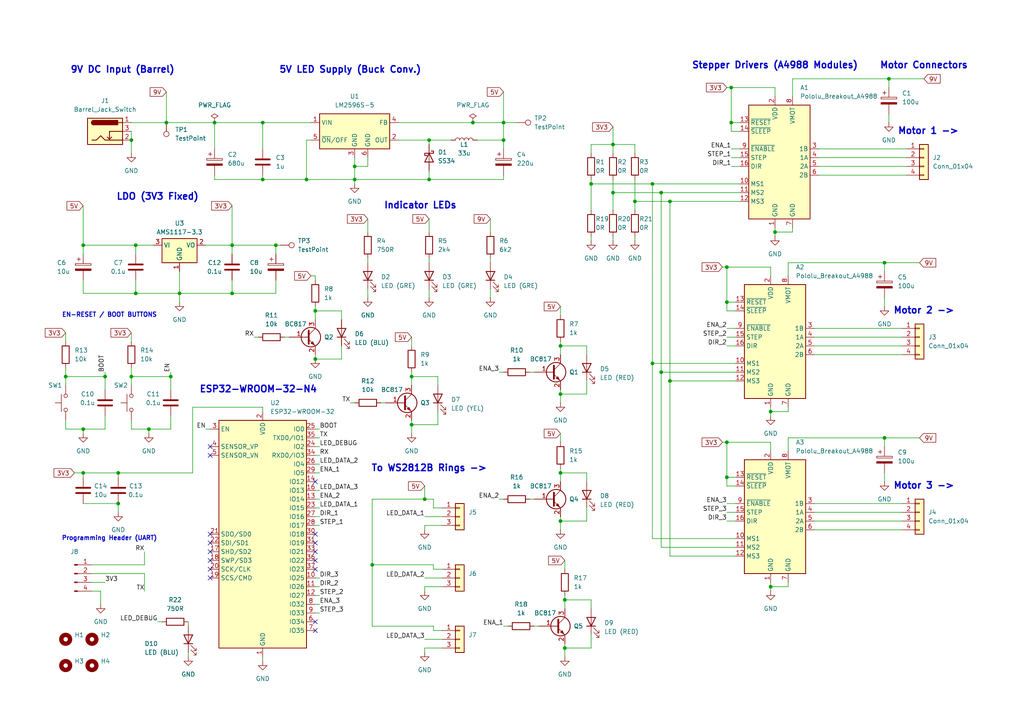
<source format=kicad_sch>
(kicad_sch (version 20231120) (generator "eeschema") (generator_version "8.0")
  (paper "A4")
  (title_block (title "Rotating Cube Shelf") (date "2024-11-24") (rev "1.0") (company "Lachlan Cooke Electronics Design Bureau"))
  (junction (at 67.31 71.12))
  (junction (at 39.37 85.09))
  (junction (at 223.52 119.38))
  (junction (at 124.46 40.64))
  (junction (at 171.45 53.34))
  (junction (at 146.05 40.64))
  (junction (at 210.82 77.47))
  (junction (at 30.48 109.22))
  (junction (at 119.38 123.19))
  (junction (at 224.79 67.31))
  (junction (at 91.44 104.14))
  (junction (at 212.09 25.4))
  (junction (at 107.95 163.83))
  (junction (at 76.2 52.07))
  (junction (at 119.38 109.22))
  (junction (at 49.53 109.22))
  (junction (at 177.8 41.91))
  (junction (at 19.05 109.22))
  (junction (at 24.13 71.12))
  (junction (at 163.83 173.99))
  (junction (at 123.19 144.78))
  (junction (at 80.01 71.12))
  (junction (at 76.2 35.56))
  (junction (at 34.29 137.16))
  (junction (at 62.23 35.56))
  (junction (at 210.82 87.63))
  (junction (at 162.56 151.13))
  (junction (at 189.23 105.41))
  (junction (at 39.37 71.12))
  (junction (at 191.77 55.88))
  (junction (at 67.31 85.09))
  (junction (at 38.1 40.64))
  (junction (at 102.87 52.07))
  (junction (at 194.31 110.49))
  (junction (at 24.13 124.46))
  (junction (at 91.44 90.17))
  (junction (at 184.15 58.42))
  (junction (at 162.56 100.33))
  (junction (at 189.23 53.34))
  (junction (at 162.56 114.3))
  (junction (at 223.52 170.18))
  (junction (at 102.87 48.26))
  (junction (at 191.77 107.95))
  (junction (at 52.07 85.09))
  (junction (at 48.26 35.56))
  (junction (at 24.13 137.16))
  (junction (at 124.46 52.07))
  (junction (at 210.82 128.27))
  (junction (at 38.1 109.22))
  (junction (at 43.18 124.46))
  (junction (at 212.09 35.56))
  (junction (at 194.31 58.42))
  (junction (at 88.9 52.07))
  (junction (at 146.05 35.56))
  (junction (at 256.54 127))
  (junction (at 162.56 137.16))
  (junction (at 34.29 146.05))
  (junction (at 210.82 138.43))
  (junction (at 257.81 22.86))
  (junction (at 177.8 55.88))
  (junction (at 256.54 76.2))
  (junction (at 163.83 187.96))
  (junction (at 137.16 35.56))
  (no_connect (at 91.44 154.94))
  (no_connect (at 60.96 132.08))
  (no_connect (at 60.96 165.1))
  (no_connect (at 91.44 139.7))
  (no_connect (at 60.96 162.56))
  (no_connect (at 91.44 180.34))
  (no_connect (at 91.44 162.56))
  (no_connect (at 60.96 160.02))
  (no_connect (at 91.44 182.88))
  (no_connect (at 60.96 157.48))
  (no_connect (at 91.44 165.1))
  (no_connect (at 91.44 160.02))
  (no_connect (at 60.96 129.54))
  (no_connect (at 91.44 157.48))
  (no_connect (at 60.96 154.94))
  (no_connect (at 60.96 167.64))
  (wire (pts (xy 163.83 172.72) (xy 163.83 173.99)))
  (wire (pts (xy 194.31 110.49) (xy 213.36 110.49)))
  (wire (pts (xy 67.31 81.28) (xy 67.31 85.09)))
  (wire (pts (xy 177.8 55.88) (xy 177.8 60.96)))
  (wire (pts (xy 52.07 78.74) (xy 52.07 85.09)))
  (wire (pts (xy 162.56 99.06) (xy 162.56 100.33)))
  (wire (pts (xy 59.69 71.12) (xy 67.31 71.12)))
  (wire (pts (xy 123.19 167.64) (xy 128.27 167.64)))
  (wire (pts (xy 212.09 38.1) (xy 212.09 35.56)))
  (wire (pts (xy 228.6 127) (xy 256.54 127)))
  (wire (pts (xy 162.56 149.86) (xy 162.56 151.13)))
  (wire (pts (xy 49.53 120.65) (xy 49.53 124.46)))
  (wire (pts (xy 184.15 41.91) (xy 177.8 41.91)))
  (wire (pts (xy 210.82 97.79) (xy 213.36 97.79)))
  (wire (pts (xy 144.78 144.78) (xy 146.05 144.78)))
  (wire (pts (xy 236.22 153.67) (xy 261.62 153.67)))
  (wire (pts (xy 127 109.22) (xy 119.38 109.22)))
  (wire (pts (xy 170.18 102.87) (xy 170.18 100.33)))
  (wire (pts (xy 223.52 170.18) (xy 228.6 170.18)))
  (wire (pts (xy 170.18 147.32) (xy 170.18 151.13)))
  (wire (pts (xy 223.52 168.91) (xy 223.52 170.18)))
  (wire (pts (xy 184.15 68.58) (xy 184.15 69.85)))
  (wire (pts (xy 80.01 85.09) (xy 67.31 85.09)))
  (wire (pts (xy 210.82 87.63) (xy 210.82 77.47)))
  (wire (pts (xy 127 111.76) (xy 127 109.22)))
  (wire (pts (xy 223.52 170.18) (xy 223.52 171.45)))
  (wire (pts (xy 24.13 138.43) (xy 24.13 137.16)))
  (wire (pts (xy 91.44 137.16) (xy 92.71 137.16)))
  (wire (pts (xy 110.49 116.84) (xy 111.76 116.84)))
  (wire (pts (xy 106.68 45.72) (xy 106.68 48.26)))
  (wire (pts (xy 29.21 171.45) (xy 26.67 171.45)))
  (wire (pts (xy 210.82 146.05) (xy 213.36 146.05)))
  (wire (pts (xy 257.81 22.86) (xy 267.97 22.86)))
  (wire (pts (xy 146.05 40.64) (xy 146.05 35.56)))
  (wire (pts (xy 194.31 161.29) (xy 194.31 110.49)))
  (wire (pts (xy 55.88 137.16) (xy 55.88 118.11)))
  (wire (pts (xy 153.67 107.95) (xy 154.94 107.95)))
  (wire (pts (xy 223.52 130.81) (xy 223.52 128.27)))
  (wire (pts (xy 223.52 119.38) (xy 223.52 120.65)))
  (wire (pts (xy 30.48 124.46) (xy 24.13 124.46)))
  (wire (pts (xy 154.94 181.61) (xy 156.21 181.61)))
  (wire (pts (xy 106.68 63.5) (xy 106.68 67.31)))
  (wire (pts (xy 30.48 113.03) (xy 30.48 109.22)))
  (wire (pts (xy 30.48 120.65) (xy 30.48 124.46)))
  (wire (pts (xy 184.15 58.42) (xy 184.15 52.07)))
  (wire (pts (xy 38.1 124.46) (xy 38.1 121.92)))
  (wire (pts (xy 210.82 100.33) (xy 213.36 100.33)))
  (wire (pts (xy 162.56 88.9) (xy 162.56 91.44)))
  (wire (pts (xy 184.15 44.45) (xy 184.15 41.91)))
  (wire (pts (xy 170.18 100.33) (xy 162.56 100.33)))
  (wire (pts (xy 213.36 161.29) (xy 194.31 161.29)))
  (wire (pts (xy 43.18 124.46) (xy 38.1 124.46)))
  (wire (pts (xy 123.19 189.23) (xy 123.19 187.96)))
  (wire (pts (xy 124.46 40.64) (xy 115.57 40.64)))
  (wire (pts (xy 80.01 81.28) (xy 80.01 85.09)))
  (wire (pts (xy 128.27 165.1) (xy 125.73 165.1)))
  (wire (pts (xy 177.8 68.58) (xy 177.8 69.85)))
  (wire (pts (xy 19.05 106.68) (xy 19.05 109.22)))
  (wire (pts (xy 214.63 53.34) (xy 189.23 53.34)))
  (wire (pts (xy 34.29 146.05) (xy 24.13 146.05)))
  (wire (pts (xy 184.15 58.42) (xy 194.31 58.42)))
  (wire (pts (xy 76.2 52.07) (xy 88.9 52.07)))
  (wire (pts (xy 257.81 33.02) (xy 257.81 35.56)))
  (wire (pts (xy 124.46 52.07) (xy 146.05 52.07)))
  (wire (pts (xy 146.05 26.67) (xy 146.05 35.56)))
  (wire (pts (xy 210.82 138.43) (xy 213.36 138.43)))
  (wire (pts (xy 45.72 180.34) (xy 46.99 180.34)))
  (wire (pts (xy 162.56 137.16) (xy 162.56 139.7)))
  (wire (pts (xy 119.38 97.79) (xy 119.38 100.33)))
  (wire (pts (xy 76.2 190.5) (xy 76.2 191.77)))
  (wire (pts (xy 236.22 95.25) (xy 261.62 95.25)))
  (wire (pts (xy 170.18 114.3) (xy 162.56 114.3)))
  (wire (pts (xy 38.1 38.1) (xy 38.1 40.64)))
  (wire (pts (xy 163.83 186.69) (xy 163.83 187.96)))
  (wire (pts (xy 123.19 153.67) (xy 123.19 152.4)))
  (wire (pts (xy 91.44 102.87) (xy 91.44 104.14)))
  (wire (pts (xy 191.77 107.95) (xy 213.36 107.95)))
  (wire (pts (xy 106.68 48.26) (xy 102.87 48.26)))
  (wire (pts (xy 170.18 139.7) (xy 170.18 137.16)))
  (wire (pts (xy 127 123.19) (xy 119.38 123.19)))
  (wire (pts (xy 236.22 148.59) (xy 261.62 148.59)))
  (wire (pts (xy 24.13 71.12) (xy 39.37 71.12)))
  (wire (pts (xy 124.46 74.93) (xy 124.46 76.2)))
  (wire (pts (xy 144.78 107.95) (xy 146.05 107.95)))
  (wire (pts (xy 224.79 67.31) (xy 229.87 67.31)))
  (wire (pts (xy 55.88 118.11) (xy 76.2 118.11)))
  (wire (pts (xy 92.71 152.4) (xy 91.44 152.4)))
  (wire (pts (xy 49.53 109.22) (xy 38.1 109.22)))
  (wire (pts (xy 237.49 50.8) (xy 262.89 50.8)))
  (wire (pts (xy 229.87 22.86) (xy 257.81 22.86)))
  (wire (pts (xy 91.44 134.62) (xy 92.71 134.62)))
  (wire (pts (xy 209.55 77.47) (xy 210.82 77.47)))
  (wire (pts (xy 106.68 83.82) (xy 106.68 86.36)))
  (wire (pts (xy 124.46 40.64) (xy 130.81 40.64)))
  (wire (pts (xy 29.21 175.26) (xy 29.21 171.45)))
  (wire (pts (xy 224.79 67.31) (xy 224.79 68.58)))
  (wire (pts (xy 236.22 102.87) (xy 261.62 102.87)))
  (wire (pts (xy 191.77 55.88) (xy 191.77 107.95)))
  (wire (pts (xy 62.23 52.07) (xy 76.2 52.07)))
  (wire (pts (xy 91.44 147.32) (xy 92.71 147.32)))
  (wire (pts (xy 229.87 27.94) (xy 229.87 22.86)))
  (wire (pts (xy 124.46 49.53) (xy 124.46 52.07)))
  (wire (pts (xy 213.36 140.97) (xy 210.82 140.97)))
  (wire (pts (xy 67.31 71.12) (xy 67.31 73.66)))
  (wire (pts (xy 229.87 66.04) (xy 229.87 67.31)))
  (wire (pts (xy 91.44 127) (xy 92.71 127)))
  (wire (pts (xy 212.09 25.4) (xy 224.79 25.4)))
  (wire (pts (xy 146.05 181.61) (xy 147.32 181.61)))
  (wire (pts (xy 76.2 118.11) (xy 76.2 119.38)))
  (wire (pts (xy 124.46 83.82) (xy 124.46 86.36)))
  (wire (pts (xy 210.82 77.47) (xy 223.52 77.47)))
  (wire (pts (xy 91.44 170.18) (xy 92.71 170.18)))
  (wire (pts (xy 19.05 124.46) (xy 19.05 121.92)))
  (wire (pts (xy 210.82 148.59) (xy 213.36 148.59)))
  (wire (pts (xy 213.36 90.17) (xy 210.82 90.17)))
  (wire (pts (xy 128.27 147.32) (xy 125.73 147.32)))
  (wire (pts (xy 236.22 151.13) (xy 261.62 151.13)))
  (wire (pts (xy 91.44 88.9) (xy 91.44 90.17)))
  (wire (pts (xy 91.44 129.54) (xy 92.71 129.54)))
  (wire (pts (xy 38.1 96.52) (xy 38.1 99.06)))
  (wire (pts (xy 256.54 137.16) (xy 256.54 139.7)))
  (wire (pts (xy 212.09 45.72) (xy 214.63 45.72)))
  (wire (pts (xy 237.49 48.26) (xy 262.89 48.26)))
  (wire (pts (xy 41.91 166.37) (xy 41.91 171.45)))
  (wire (pts (xy 210.82 140.97) (xy 210.82 138.43)))
  (wire (pts (xy 125.73 147.32) (xy 125.73 144.78)))
  (wire (pts (xy 106.68 74.93) (xy 106.68 76.2)))
  (wire (pts (xy 123.19 170.18) (xy 128.27 170.18)))
  (wire (pts (xy 162.56 135.89) (xy 162.56 137.16)))
  (wire (pts (xy 39.37 71.12) (xy 39.37 73.66)))
  (wire (pts (xy 214.63 58.42) (xy 194.31 58.42)))
  (wire (pts (xy 49.53 113.03) (xy 49.53 109.22)))
  (wire (pts (xy 49.53 107.95) (xy 49.53 109.22)))
  (wire (pts (xy 189.23 156.21) (xy 189.23 105.41)))
  (wire (pts (xy 210.82 87.63) (xy 213.36 87.63)))
  (wire (pts (xy 177.8 36.83) (xy 177.8 41.91)))
  (wire (pts (xy 171.45 53.34) (xy 189.23 53.34)))
  (wire (pts (xy 163.83 173.99) (xy 163.83 176.53)))
  (wire (pts (xy 102.87 45.72) (xy 102.87 48.26)))
  (wire (pts (xy 99.06 104.14) (xy 91.44 104.14)))
  (wire (pts (xy 80.01 71.12) (xy 80.01 73.66)))
  (wire (pts (xy 127 119.38) (xy 127 123.19)))
  (wire (pts (xy 91.44 172.72) (xy 92.71 172.72)))
  (wire (pts (xy 223.52 119.38) (xy 228.6 119.38)))
  (wire (pts (xy 210.82 128.27) (xy 223.52 128.27)))
  (wire (pts (xy 194.31 58.42) (xy 194.31 110.49)))
  (wire (pts (xy 24.13 85.09) (xy 39.37 85.09)))
  (wire (pts (xy 236.22 100.33) (xy 261.62 100.33)))
  (wire (pts (xy 189.23 53.34) (xy 189.23 105.41)))
  (wire (pts (xy 102.87 52.07) (xy 124.46 52.07)))
  (wire (pts (xy 146.05 50.8) (xy 146.05 52.07)))
  (wire (pts (xy 210.82 90.17) (xy 210.82 87.63)))
  (wire (pts (xy 91.44 177.8) (xy 92.71 177.8)))
  (wire (pts (xy 123.19 171.45) (xy 123.19 170.18)))
  (wire (pts (xy 59.69 124.46) (xy 60.96 124.46)))
  (wire (pts (xy 48.26 35.56) (xy 48.26 26.67)))
  (wire (pts (xy 82.55 97.79) (xy 83.82 97.79)))
  (wire (pts (xy 38.1 35.56) (xy 48.26 35.56)))
  (wire (pts (xy 257.81 22.86) (xy 257.81 25.4)))
  (wire (pts (xy 214.63 55.88) (xy 191.77 55.88)))
  (wire (pts (xy 171.45 41.91) (xy 177.8 41.91)))
  (wire (pts (xy 81.28 71.12) (xy 80.01 71.12)))
  (wire (pts (xy 102.87 48.26) (xy 102.87 52.07)))
  (wire (pts (xy 228.6 130.81) (xy 228.6 127)))
  (wire (pts (xy 142.24 63.5) (xy 142.24 67.31)))
  (wire (pts (xy 62.23 52.07) (xy 62.23 50.8)))
  (wire (pts (xy 76.2 50.8) (xy 76.2 52.07)))
  (wire (pts (xy 24.13 124.46) (xy 19.05 124.46)))
  (wire (pts (xy 119.38 123.19) (xy 119.38 125.73)))
  (wire (pts (xy 210.82 138.43) (xy 210.82 128.27)))
  (wire (pts (xy 26.67 166.37) (xy 41.91 166.37)))
  (wire (pts (xy 191.77 158.75) (xy 191.77 107.95)))
  (wire (pts (xy 107.95 163.83) (xy 107.95 181.61)))
  (wire (pts (xy 91.44 142.24) (xy 92.71 142.24)))
  (wire (pts (xy 171.45 184.15) (xy 171.45 187.96)))
  (wire (pts (xy 73.66 97.79) (xy 74.93 97.79)))
  (wire (pts (xy 119.38 109.22) (xy 119.38 111.76)))
  (wire (pts (xy 91.44 144.78) (xy 92.71 144.78)))
  (wire (pts (xy 256.54 76.2) (xy 266.7 76.2)))
  (wire (pts (xy 125.73 182.88) (xy 125.73 181.61)))
  (wire (pts (xy 124.46 63.5) (xy 124.46 67.31)))
  (wire (pts (xy 256.54 86.36) (xy 256.54 88.9)))
  (wire (pts (xy 177.8 41.91) (xy 177.8 44.45)))
  (wire (pts (xy 125.73 165.1) (xy 125.73 163.83)))
  (wire (pts (xy 184.15 58.42) (xy 184.15 60.96)))
  (wire (pts (xy 209.55 128.27) (xy 210.82 128.27)))
  (wire (pts (xy 101.6 116.84) (xy 102.87 116.84)))
  (wire (pts (xy 177.8 52.07) (xy 177.8 55.88)))
  (wire (pts (xy 170.18 137.16) (xy 162.56 137.16)))
  (wire (pts (xy 123.19 144.78) (xy 125.73 144.78)))
  (wire (pts (xy 123.19 149.86) (xy 128.27 149.86)))
  (wire (pts (xy 76.2 35.56) (xy 90.17 35.56)))
  (wire (pts (xy 146.05 35.56) (xy 149.86 35.56)))
  (wire (pts (xy 107.95 163.83) (xy 125.73 163.83)))
  (wire (pts (xy 256.54 76.2) (xy 256.54 78.74)))
  (wire (pts (xy 189.23 105.41) (xy 213.36 105.41)))
  (wire (pts (xy 210.82 151.13) (xy 213.36 151.13)))
  (wire (pts (xy 256.54 127) (xy 256.54 129.54)))
  (wire (pts (xy 213.36 156.21) (xy 189.23 156.21)))
  (wire (pts (xy 171.45 176.53) (xy 171.45 173.99)))
  (wire (pts (xy 228.6 80.01) (xy 228.6 76.2)))
  (wire (pts (xy 88.9 40.64) (xy 90.17 40.64)))
  (wire (pts (xy 171.45 173.99) (xy 163.83 173.99)))
  (wire (pts (xy 52.07 85.09) (xy 52.07 87.63)))
  (wire (pts (xy 67.31 71.12) (xy 67.31 59.69)))
  (wire (pts (xy 213.36 158.75) (xy 191.77 158.75)))
  (wire (pts (xy 99.06 100.33) (xy 99.06 104.14)))
  (wire (pts (xy 123.19 140.97) (xy 123.19 144.78)))
  (wire (pts (xy 171.45 44.45) (xy 171.45 41.91)))
  (wire (pts (xy 49.53 124.46) (xy 43.18 124.46)))
  (wire (pts (xy 102.87 52.07) (xy 88.9 52.07)))
  (wire (pts (xy 30.48 107.95) (xy 30.48 109.22)))
  (wire (pts (xy 91.44 175.26) (xy 92.71 175.26)))
  (wire (pts (xy 119.38 107.95) (xy 119.38 109.22)))
  (wire (pts (xy 171.45 68.58) (xy 171.45 69.85)))
  (wire (pts (xy 163.83 162.56) (xy 163.83 165.1)))
  (wire (pts (xy 24.13 125.73) (xy 24.13 124.46)))
  (wire (pts (xy 214.63 38.1) (xy 212.09 38.1)))
  (wire (pts (xy 62.23 35.56) (xy 62.23 43.18)))
  (wire (pts (xy 223.52 80.01) (xy 223.52 77.47)))
  (wire (pts (xy 39.37 71.12) (xy 44.45 71.12)))
  (wire (pts (xy 137.16 35.56) (xy 115.57 35.56)))
  (wire (pts (xy 177.8 55.88) (xy 191.77 55.88)))
  (wire (pts (xy 92.71 149.86) (xy 91.44 149.86)))
  (wire (pts (xy 38.1 106.68) (xy 38.1 109.22)))
  (wire (pts (xy 228.6 76.2) (xy 256.54 76.2)))
  (wire (pts (xy 107.95 144.78) (xy 123.19 144.78)))
  (wire (pts (xy 21.59 137.16) (xy 24.13 137.16)))
  (wire (pts (xy 123.19 185.42) (xy 128.27 185.42)))
  (wire (pts (xy 24.13 81.28) (xy 24.13 85.09)))
  (wire (pts (xy 171.45 52.07) (xy 171.45 53.34)))
  (wire (pts (xy 54.61 189.23) (xy 54.61 190.5)))
  (wire (pts (xy 212.09 35.56) (xy 214.63 35.56)))
  (wire (pts (xy 256.54 127) (xy 266.7 127)))
  (wire (pts (xy 142.24 74.93) (xy 142.24 76.2)))
  (wire (pts (xy 107.95 144.78) (xy 107.95 163.83)))
  (wire (pts (xy 39.37 81.28) (xy 39.37 85.09)))
  (wire (pts (xy 128.27 182.88) (xy 125.73 182.88)))
  (wire (pts (xy 24.13 137.16) (xy 34.29 137.16)))
  (wire (pts (xy 163.83 187.96) (xy 163.83 190.5)))
  (wire (pts (xy 91.44 90.17) (xy 91.44 92.71)))
  (wire (pts (xy 91.44 167.64) (xy 92.71 167.64)))
  (wire (pts (xy 54.61 180.34) (xy 54.61 181.61)))
  (wire (pts (xy 153.67 144.78) (xy 154.94 144.78)))
  (wire (pts (xy 124.46 41.91) (xy 124.46 40.64)))
  (wire (pts (xy 43.18 125.73) (xy 43.18 124.46)))
  (wire (pts (xy 162.56 113.03) (xy 162.56 114.3)))
  (wire (pts (xy 119.38 121.92) (xy 119.38 123.19)))
  (wire (pts (xy 162.56 151.13) (xy 162.56 153.67)))
  (wire (pts (xy 142.24 83.82) (xy 142.24 86.36)))
  (wire (pts (xy 146.05 40.64) (xy 138.43 40.64)))
  (wire (pts (xy 236.22 97.79) (xy 261.62 97.79)))
  (wire (pts (xy 91.44 80.01) (xy 91.44 81.28)))
  (wire (pts (xy 30.48 109.22) (xy 19.05 109.22)))
  (wire (pts (xy 146.05 35.56) (xy 137.16 35.56)))
  (wire (pts (xy 99.06 90.17) (xy 91.44 90.17)))
  (wire (pts (xy 212.09 43.18) (xy 214.63 43.18)))
  (wire (pts (xy 228.6 118.11) (xy 228.6 119.38)))
  (wire (pts (xy 24.13 71.12) (xy 24.13 59.69)))
  (wire (pts (xy 236.22 146.05) (xy 261.62 146.05)))
  (wire (pts (xy 210.82 25.4) (xy 212.09 25.4)))
  (wire (pts (xy 123.19 187.96) (xy 128.27 187.96)))
  (wire (pts (xy 237.49 43.18) (xy 262.89 43.18)))
  (wire (pts (xy 38.1 40.64) (xy 38.1 44.45)))
  (wire (pts (xy 170.18 151.13) (xy 162.56 151.13)))
  (wire (pts (xy 99.06 92.71) (xy 99.06 90.17)))
  (wire (pts (xy 67.31 71.12) (xy 80.01 71.12)))
  (wire (pts (xy 39.37 85.09) (xy 52.07 85.09)))
  (wire (pts (xy 212.09 35.56) (xy 212.09 25.4)))
  (wire (pts (xy 107.95 181.61) (xy 125.73 181.61)))
  (wire (pts (xy 162.56 125.73) (xy 162.56 128.27)))
  (wire (pts (xy 171.45 53.34) (xy 171.45 60.96)))
  (wire (pts (xy 19.05 109.22) (xy 19.05 111.76)))
  (wire (pts (xy 171.45 187.96) (xy 163.83 187.96)))
  (wire (pts (xy 224.79 27.94) (xy 224.79 25.4)))
  (wire (pts (xy 34.29 137.16) (xy 55.88 137.16)))
  (wire (pts (xy 212.09 48.26) (xy 214.63 48.26)))
  (wire (pts (xy 170.18 110.49) (xy 170.18 114.3)))
  (wire (pts (xy 228.6 168.91) (xy 228.6 170.18)))
  (wire (pts (xy 210.82 95.25) (xy 213.36 95.25)))
  (wire (pts (xy 146.05 43.18) (xy 146.05 40.64)))
  (wire (pts (xy 88.9 40.64) (xy 88.9 52.07)))
  (wire (pts (xy 48.26 35.56) (xy 62.23 35.56)))
  (wire (pts (xy 26.67 163.83) (xy 41.91 163.83)))
  (wire (pts (xy 102.87 52.07) (xy 102.87 53.34)))
  (wire (pts (xy 62.23 35.56) (xy 76.2 35.56)))
  (wire (pts (xy 91.44 132.08) (xy 92.71 132.08)))
  (wire (pts (xy 24.13 71.12) (xy 24.13 73.66)))
  (wire (pts (xy 237.49 45.72) (xy 262.89 45.72)))
  (wire (pts (xy 19.05 96.52) (xy 19.05 99.06)))
  (wire (pts (xy 223.52 118.11) (xy 223.52 119.38)))
  (wire (pts (xy 26.67 168.91) (xy 30.48 168.91)))
  (wire (pts (xy 91.44 124.46) (xy 92.71 124.46)))
  (wire (pts (xy 34.29 137.16) (xy 34.29 138.43)))
  (wire (pts (xy 41.91 160.02) (xy 41.91 163.83)))
  (wire (pts (xy 67.31 85.09) (xy 52.07 85.09)))
  (wire (pts (xy 123.19 152.4) (xy 128.27 152.4)))
  (wire (pts (xy 38.1 109.22) (xy 38.1 111.76)))
  (wire (pts (xy 162.56 100.33) (xy 162.56 102.87)))
  (wire (pts (xy 76.2 35.56) (xy 76.2 43.18)))
  (wire (pts (xy 34.29 146.05) (xy 34.29 148.59)))
  (wire (pts (xy 162.56 114.3) (xy 162.56 116.84)))
  (wire (pts (xy 224.79 66.04) (xy 224.79 67.31)))
  (wire (pts (xy 91.44 80.01) (xy 90.17 80.01)))
  (text "Stepper Drivers (A4988 Modules)" (at 224.79 19.05 0) (effects (font (size 1.905 1.905) (thickness 0.381) (bold yes))))
  (text "5V LED Supply (Buck Conv.)" (at 101.6 20.32 0) (effects (font (size 1.905 1.905) (thickness 0.381) (bold yes))))
  (text "EN-RESET / BOOT BUTTONS" (at 31.75 91.44 0) (effects (font (size 1.27 1.27) (thickness 0.254) (bold yes))))
  (text "To WS2812B Rings ->" (at 124.46 135.89 0) (effects (font (size 1.905 1.905) (thickness 0.381) (bold yes))))
  (text "Motor 3 ->" (at 267.97 140.97 0) (effects (font (size 1.905 1.905) (thickness 0.381) (bold yes))))
  (text "9V DC Input (Barrel)" (at 35.56 20.32 0) (effects (font (size 1.905 1.905) (thickness 0.381) (bold yes))))
  (text "Motor Connectors" (at 267.97 19.05 0) (effects (font (size 1.905 1.905) (thickness 0.381) (bold yes))))
  (text "Programming Header (UART)" (at 31.75 156.21 0) (effects (font (size 1.27 1.27) (thickness 0.254) (bold yes))))
  (text "Indicator LEDs" (at 121.92 59.69 0) (effects (font (size 1.905 1.905) (thickness 0.381) (bold yes))))
  (text "ESP32-WROOM-32-N4" (at 74.93 113.03 0) (effects (font (size 1.905 1.905) (thickness 0.381) (bold yes))))
  (text "Motor 1 ->" (at 269.24 38.1 0) (effects (font (size 1.905 1.905) (thickness 0.381) (bold yes))))
  (text "LDO (3V3 Fixed)" (at 45.72 57.15 0) (effects (font (size 1.905 1.905) (thickness 0.381) (bold yes))))
  (text "Motor 2 ->" (at 267.97 90.17 0) (effects (font (size 1.905 1.905) (thickness 0.381) (bold yes))))
  (label "STEP_3" (at 210.82 148.59 180))
  (label "BOOT" (at 30.48 107.95 90))
  (label "ENA_1" (at 212.09 43.18 180))
  (label "LED_DEBUG" (at 45.72 180.34 180))
  (label "DIR_3" (at 92.71 167.64 0))
  (label "STEP_1" (at 212.09 45.72 180))
  (label "EN" (at 59.69 124.46 180))
  (label "STEP_2" (at 210.82 97.79 180))
  (label "LED_DATA_2" (at 92.71 134.62 0))
  (label "LED_DATA_2" (at 123.19 167.64 180))
  (label "ENA_3" (at 210.82 146.05 180))
  (label "LED_DATA_3" (at 123.19 185.42 180))
  (label "DIR_2" (at 210.82 100.33 180))
  (label "BOOT" (at 92.71 124.46 0))
  (label "DIR_1" (at 212.09 48.26 180))
  (label "STEP_2" (at 92.71 172.72 0))
  (label "LED_DATA_1" (at 92.71 147.32 0))
  (label "STEP_3" (at 92.71 177.8 0))
  (label "ENA_2" (at 144.78 144.78 180))
  (label "RX" (at 92.71 132.08 0))
  (label "TX" (at 101.6 116.84 180))
  (label "EN" (at 49.53 107.95 90))
  (label "RX" (at 41.91 160.02 180))
  (label "TX" (at 41.91 171.45 180))
  (label "LED_DATA_1" (at 123.19 149.86 180))
  (label "ENA_3" (at 144.78 107.95 180))
  (label "LED_DEBUG" (at 92.71 129.54 0))
  (label "ENA_2" (at 92.71 144.78 0))
  (label "ENA_1" (at 92.71 137.16 0))
  (label "DIR_3" (at 210.82 151.13 180))
  (label "TX" (at 92.71 127 0))
  (label "LED_DATA_3" (at 92.71 142.24 0))
  (label "RX" (at 73.66 97.79 180))
  (label "STEP_1" (at 92.71 152.4 0))
  (label "ENA_3" (at 92.71 175.26 0))
  (label "3V3" (at 30.48 168.91 0))
  (label "ENA_1" (at 146.05 181.61 180))
  (label "DIR_2" (at 92.71 170.18 0))
  (label "ENA_2" (at 210.82 95.25 180))
  (label "DIR_1" (at 92.71 149.86 0))
  (global_label "9V" (shape input) (at 266.7 76.2 0) (property "Intersheetrefs" "${INTERSHEET_REFS}" (effects (hide yes))))
  (global_label "5V" (shape input) (at 119.38 97.79 180) (property "Intersheetrefs" "${INTERSHEET_REFS}" (effects (hide yes))))
  (global_label "3V3" (shape input) (at 209.55 77.47 180) (property "Intersheetrefs" "${INTERSHEET_REFS}" (effects (hide yes))))
  (global_label "5V" (shape input) (at 146.05 26.67 180) (property "Intersheetrefs" "${INTERSHEET_REFS}" (effects (hide yes))))
  (global_label "9V" (shape input) (at 267.97 22.86 0) (property "Intersheetrefs" "${INTERSHEET_REFS}" (effects (hide yes))))
  (global_label "5V" (shape input) (at 24.13 59.69 180) (property "Intersheetrefs" "${INTERSHEET_REFS}" (effects (hide yes))))
  (global_label "3V3" (shape input) (at 177.8 36.83 180) (property "Intersheetrefs" "${INTERSHEET_REFS}" (effects (hide yes))))
  (global_label "3V3" (shape input) (at 19.05 96.52 180) (property "Intersheetrefs" "${INTERSHEET_REFS}" (effects (hide yes))))
  (global_label "5V" (shape input) (at 163.83 162.56 180) (property "Intersheetrefs" "${INTERSHEET_REFS}" (effects (hide yes))))
  (global_label "3V3" (shape input) (at 210.82 25.4 180) (property "Intersheetrefs" "${INTERSHEET_REFS}" (effects (hide yes))))
  (global_label "3V3" (shape input) (at 67.31 59.69 180) (property "Intersheetrefs" "${INTERSHEET_REFS}" (effects (hide yes))))
  (global_label "3V3" (shape input) (at 209.55 128.27 180) (property "Intersheetrefs" "${INTERSHEET_REFS}" (effects (hide yes))))
  (global_label "5V" (shape input) (at 123.19 140.97 180) (property "Intersheetrefs" "${INTERSHEET_REFS}" (effects (hide yes))))
  (global_label "5V" (shape input) (at 162.56 125.73 180) (property "Intersheetrefs" "${INTERSHEET_REFS}" (effects (hide yes))))
  (global_label "3V3" (shape input) (at 21.59 137.16 180) (property "Intersheetrefs" "${INTERSHEET_REFS}" (effects (hide yes))))
  (global_label "3V3" (shape input) (at 106.68 63.5 180) (property "Intersheetrefs" "${INTERSHEET_REFS}" (effects (hide yes))))
  (global_label "5V" (shape input) (at 90.17 80.01 180) (property "Intersheetrefs" "${INTERSHEET_REFS}" (effects (hide yes))))
  (global_label "5V" (shape input) (at 124.46 63.5 180) (property "Intersheetrefs" "${INTERSHEET_REFS}" (effects (hide yes))))
  (global_label "9V" (shape input) (at 48.26 26.67 180) (property "Intersheetrefs" "${INTERSHEET_REFS}" (effects (hide yes))))
  (global_label "9V" (shape input) (at 142.24 63.5 180) (property "Intersheetrefs" "${INTERSHEET_REFS}" (effects (hide yes))))
  (global_label "3V3" (shape input) (at 38.1 96.52 180) (property "Intersheetrefs" "${INTERSHEET_REFS}" (effects (hide yes))))
  (global_label "5V" (shape input) (at 162.56 88.9 180) (property "Intersheetrefs" "${INTERSHEET_REFS}" (effects (hide yes))))
  (global_label "9V" (shape input) (at 266.7 127 0) (property "Intersheetrefs" "${INTERSHEET_REFS}" (effects (hide yes))))
  (symbol (lib_id "Device:LED") (at 142.24 80.01 90) (unit 1)
    (property "Reference" "D4" (at 146.05 80.3274 90) (effects (justify right)))
    (property "Value" "LED (GRE)" (at 146.05 82.8674 90) (effects (justify right)))
    (property "Footprint" "Diode_SMD:D_0805_2012Metric" (effects (hide yes)))
    (property "Description" "Light emitting diode" (effects (hide yes)))
    (property "LCSC" "C965815" (effects (hide yes)))
  )
  (symbol (lib_id "Device:LED") (at 54.61 185.42 90) (unit 1)
    (property "Reference" "D10" (at 41.91 186.69 90) (effects (justify right)))
    (property "Value" "LED (BLU)" (at 41.91 189.23 90) (effects (justify right)))
    (property "Footprint" "Diode_SMD:D_0805_2012Metric" (effects (hide yes)))
    (property "Description" "Light emitting diode" (effects (hide yes)))
    (property "LCSC" "C965817" (effects (hide yes)))
  )
  (symbol (lib_id "Device:R") (at 162.56 132.08 180) (unit 1)
    (property "Reference" "R15" (at 165.1 130.8099 0) (effects (justify right)))
    (property "Value" "1k" (at 165.1 133.3499 0) (effects (justify right)))
    (property "Footprint" "Resistor_SMD:R_0603_1608Metric" (effects (hide yes)))
    (property "Description" "Resistor" (effects (hide yes)))
  )
  (symbol (lib_id "power:GND") (at 184.15 69.85 0) (unit 1)
    (property "Reference" "#PWR028" (effects (hide yes)))
    (property "Value" "GND" (at 184.15 74.93 0))
    (property "Description" "Power symbol creates a global label with name \"GND\" , ground" (effects (hide yes)))
  )
  (symbol (lib_id "power:GND") (at 119.38 125.73 0) (unit 1)
    (property "Reference" "#PWR014" (effects (hide yes)))
    (property "Value" "GND" (at 119.38 130.81 0))
    (property "Description" "Power symbol creates a global label with name \"GND\" , ground" (effects (hide yes)))
  )
  (symbol (lib_id "power:GND") (at 123.19 189.23 0) (unit 1)
    (property "Reference" "#PWR024" (effects (hide yes)))
    (property "Value" "GND" (at 123.19 194.31 0))
    (property "Description" "Power symbol creates a global label with name \"GND\" , ground" (effects (hide yes)))
  )
  (symbol (lib_id "Device:LED") (at 106.68 80.01 90) (unit 1)
    (property "Reference" "D2" (at 110.49 80.3274 90) (effects (justify right)))
    (property "Value" "LED (GRE)" (at 110.49 82.8674 90) (effects (justify right)))
    (property "Footprint" "Diode_SMD:D_0805_2012Metric" (effects (hide yes)))
    (property "Description" "Light emitting diode" (effects (hide yes)))
    (property "LCSC" "C965815" (effects (hide yes)))
  )
  (symbol (lib_id "Device:R") (at 142.24 71.12 180) (unit 1)
    (property "Reference" "R6" (at 144.78 69.8499 0) (effects (justify right)))
    (property "Value" "6k2" (at 144.78 72.3899 0) (effects (justify right)))
    (property "Footprint" "Resistor_SMD:R_0603_1608Metric" (effects (hide yes)))
    (property "Description" "Resistor" (effects (hide yes)))
  )
  (symbol (lib_id "power:GND") (at 91.44 104.14 0) (unit 1)
    (property "Reference" "#PWR013" (effects (hide yes)))
    (property "Value" "GND" (at 91.44 109.22 0))
    (property "Description" "Power symbol creates a global label with name \"GND\" , ground" (effects (hide yes)))
  )
  (symbol (lib_id "Device:R") (at 151.13 181.61 270) (unit 1)
    (property "Reference" "R18" (at 151.13 175.26 90))
    (property "Value" "1k" (at 151.13 177.8 90))
    (property "Footprint" "Resistor_SMD:R_0603_1608Metric" (effects (hide yes)))
    (property "Description" "Resistor" (effects (hide yes)))
  )
  (symbol (lib_id "Device:R") (at 184.15 64.77 0) (unit 1)
    (property "Reference" "R21" (at 185.42 63.5 0) (effects (justify left)))
    (property "Value" "0R" (at 185.42 66.04 0) (effects (justify left)))
    (property "Footprint" "Resistor_SMD:R_0603_1608Metric" (effects (hide yes)))
    (property "Description" "Resistor" (effects (hide yes)))
  )
  (symbol (lib_id "Diode:SS34") (at 124.46 45.72 270) (unit 1)
    (property "Reference" "D1" (at 127 44.1324 90) (effects (justify left)))
    (property "Value" "SS34" (at 127 46.6724 90) (effects (justify left)))
    (property "Footprint" "Diode_SMD:D_SMA" (effects (hide yes)))
    (property "Datasheet" "https://www.vishay.com/docs/88751/ss32.pdf" (effects (hide yes)))
    (property "Description" "40V 3A Schottky Diode, SMA" (effects (hide yes)))
  )
  (symbol (lib_id "Device:R") (at 91.44 85.09 180) (unit 1)
    (property "Reference" "R8" (at 93.98 83.8199 0) (effects (justify right)))
    (property "Value" "1k" (at 93.98 86.3599 0) (effects (justify right)))
    (property "Footprint" "Resistor_SMD:R_0603_1608Metric" (effects (hide yes)))
    (property "Description" "Resistor" (effects (hide yes)))
  )
  (symbol (lib_id "Device:C_Polarized") (at 256.54 133.35 0) (unit 1)
    (property "Reference" "C9" (at 260.35 131.1909 0) (effects (justify left)))
    (property "Value" "100u" (at 260.35 133.7309 0) (effects (justify left)))
    (property "Footprint" "Capacitor_SMD:CP_Elec_8x10" (effects (hide yes)))
    (property "Description" "Polarized capacitor - Nichicon UUD1H101MNL1GS" (effects (hide yes)))
    (property "LCSC" "C116241" (effects (hide yes)))
  )
  (symbol (lib_id "Regulator_Switching:LM2596S-5") (at 102.87 38.1 0) (unit 1)
    (property "Reference" "U1" (at 102.87 27.94 0))
    (property "Value" "LM2596S-5" (at 102.87 30.48 0))
    (property "Footprint" "LM2596SX_5_0_NOPB:VREG_LM2596SX-5.0_NOPB" (effects (hide yes)))
    (property "Datasheet" "http://www.ti.com/lit/ds/symlink/lm2596.pdf" (effects (hide yes)))
    (property "Description" "5V 3A Step-Down Voltage Regulator, TO-263" (effects (hide yes)))
  )
  (symbol (lib_id "Transistor_BJT:BC817") (at 160.02 144.78 0) (unit 1)
    (property "Reference" "Q4" (at 165.1 144.78 0) (effects (justify left)))
    (property "Value" "BC817" (at 153.67 140.97 0) (effects (justify left)))
    (property "Footprint" "Package_TO_SOT_SMD:SOT-23" (effects (hide yes)))
    (property "Datasheet" "https://www.onsemi.com/pub/Collateral/BC818-D.pdf" (effects (hide yes)))
    (property "Description" "0.8A Ic, 45V Vce, NPN Transistor, SOT-23" (effects (hide yes)))
    (property "LCSC" "C52801" (effects (hide yes)))
  )
  (symbol (lib_id "Device:C_Polarized") (at 80.01 77.47 0) (unit 1)
    (property "Reference" "C8" (at 72.39 76.2 0) (effects (justify left)))
    (property "Value" "10u" (at 72.39 78.74 0) (effects (justify left)))
    (property "Footprint" "Capacitor_SMD:CP_Elec_5x5.4" (effects (hide yes)))
    (property "Description" "Polarized capacitor" (effects (hide yes)))
    (property "LCSC" "C4747971" (effects (hide yes)))
  )
  (symbol (lib_id "Switch:SW_Push") (at 38.1 116.84 90) (unit 1)
    (property "Reference" "SW2" (at 33.02 111.76 90) (effects (justify right)))
    (property "Value" "SW_Push" (effects (hide yes)))
    (property "Footprint" "LC_CustomFootprint:SW_PUSH_4.5mm" (effects (hide yes)))
    (property "Description" "Push button switch, generic, two pins" (effects (hide yes)))
    (property "LCSC" "C455243" (effects (hide yes)))
  )
  (symbol (lib_id "Device:C_Polarized") (at 146.05 46.99 0) (unit 1)
    (property "Reference" "C4" (at 149.86 44.8309 0) (effects (justify left)))
    (property "Value" "220u" (at 149.86 47.3709 0) (effects (justify left)))
    (property "Footprint" "Capacitor_SMD:CP_Elec_10x10" (effects (hide yes)))
    (property "Description" "Polarized capacitor" (effects (hide yes)))
    (property "LCSC" "C125977" (effects (hide yes)))
  )
  (symbol (lib_id "Device:R") (at 106.68 71.12 180) (unit 1)
    (property "Reference" "R4" (at 109.22 69.8499 0) (effects (justify right)))
    (property "Value" "750R" (at 109.22 72.3899 0) (effects (justify right)))
    (property "Footprint" "Resistor_SMD:R_0603_1608Metric" (effects (hide yes)))
    (property "Description" "Resistor" (effects (hide yes)))
  )
  (symbol (lib_id "Device:R") (at 177.8 48.26 0) (unit 1)
    (property "Reference" "R2" (at 179.07 46.99 0) (effects (justify left)))
    (property "Value" "0R" (at 179.07 49.53 0) (effects (justify left)))
    (property "Footprint" "Resistor_SMD:R_0603_1608Metric" (effects (hide yes)))
    (property "Description" "Resistor" (effects (hide yes)))
  )
  (symbol (lib_id "power:GND") (at 43.18 125.73 0) (unit 1)
    (property "Reference" "#PWR017" (effects (hide yes)))
    (property "Value" "GND" (at 43.18 130.81 0))
    (property "Description" "Power symbol creates a global label with name \"GND\" , ground" (effects (hide yes)))
  )
  (symbol (lib_id "Transistor_BJT:BC817") (at 161.29 181.61 0) (unit 1)
    (property "Reference" "Q5" (at 166.37 181.61 0) (effects (justify left)))
    (property "Value" "BC817" (at 154.94 177.8 0) (effects (justify left)))
    (property "Footprint" "Package_TO_SOT_SMD:SOT-23" (effects (hide yes)))
    (property "Datasheet" "https://www.onsemi.com/pub/Collateral/BC818-D.pdf" (effects (hide yes)))
    (property "Description" "0.8A Ic, 45V Vce, NPN Transistor, SOT-23" (effects (hide yes)))
    (property "LCSC" "C52801" (effects (hide yes)))
  )
  (symbol (lib_id "power:GND") (at 24.13 125.73 0) (unit 1)
    (property "Reference" "#PWR016" (effects (hide yes)))
    (property "Value" "GND" (at 24.13 130.81 0))
    (property "Description" "Power symbol creates a global label with name \"GND\" , ground" (effects (hide yes)))
  )
  (symbol (lib_id "power:GND") (at 29.21 175.26 0) (unit 1)
    (property "Reference" "#PWR023" (effects (hide yes)))
    (property "Value" "GND" (at 29.21 180.34 0))
    (property "Description" "Power symbol creates a global label with name \"GND\" , ground" (effects (hide yes)))
  )
  (symbol (lib_id "Transistor_BJT:BC817") (at 116.84 116.84 0) (unit 1)
    (property "Reference" "Q3" (at 121.92 116.84 0) (effects (justify left)))
    (property "Value" "BC817" (at 110.49 113.03 0) (effects (justify left)))
    (property "Footprint" "Package_TO_SOT_SMD:SOT-23" (effects (hide yes)))
    (property "Datasheet" "https://www.onsemi.com/pub/Collateral/BC818-D.pdf" (effects (hide yes)))
    (property "Description" "0.8A Ic, 45V Vce, NPN Transistor, SOT-23" (effects (hide yes)))
    (property "LCSC" "C52801" (effects (hide yes)))
  )
  (symbol (lib_id "Device:L") (at 134.62 40.64 90) (unit 1)
    (property "Reference" "L1" (at 134.62 41.91 90))
    (property "Value" "33u" (at 134.62 44.45 90))
    (property "Footprint" "LC_CustomFootprint:SMDRI127" (effects (hide yes)))
    (property "Description" "Inductor" (effects (hide yes)))
    (property "LCSC" "C9400" (effects (hide yes)))
  )
  (symbol (lib_id "Device:C") (at 67.31 77.47 180) (unit 1)
    (property "Reference" "C12" (at 62.23 76.2 0))
    (property "Value" "0.1u" (at 62.23 78.74 0))
    (property "Footprint" "Capacitor_SMD:C_0805_2012Metric" (effects (hide yes)))
    (property "Description" "Ceramic" (effects (hide yes)))
  )
  (symbol (lib_id "Device:C_Polarized") (at 24.13 77.47 0) (unit 1)
    (property "Reference" "C6" (at 16.51 76.2 0) (effects (justify left)))
    (property "Value" "10u" (at 16.51 78.74 0) (effects (justify left)))
    (property "Footprint" "Capacitor_SMD:CP_Elec_5x5.4" (effects (hide yes)))
    (property "Description" "Polarized capacitor" (effects (hide yes)))
    (property "LCSC" "C4747971" (effects (hide yes)))
  )
  (symbol (lib_id "Device:C") (at 49.53 116.84 180) (unit 1)
    (property "Reference" "C11" (at 44.45 114.3 0))
    (property "Value" "0.1u" (at 44.45 116.84 0))
    (property "Footprint" "Capacitor_SMD:C_0603_1608Metric" (effects (hide yes)))
    (property "Description" "Unpolarized capacitor" (effects (hide yes)))
  )
  (symbol (lib_id "power:GND") (at 142.24 86.36 0) (unit 1)
    (property "Reference" "#PWR08" (effects (hide yes)))
    (property "Value" "GND" (at 142.24 91.44 0))
    (property "Description" "Power symbol creates a global label with name \"GND\" , ground" (effects (hide yes)))
  )
  (symbol (lib_id "power:GND") (at 224.79 68.58 0) (unit 1)
    (property "Reference" "#PWR04" (effects (hide yes)))
    (property "Value" "GND" (at 224.79 73.66 0))
    (property "Description" "Power symbol creates a global label with name \"GND\" , ground" (effects (hide yes)))
  )
  (symbol (lib_id "Device:LED") (at 170.18 106.68 90) (unit 1)
    (property "Reference" "D5" (at 173.99 106.9974 90) (effects (justify right)))
    (property "Value" "LED (RED)" (at 173.99 109.5374 90) (effects (justify right)))
    (property "Footprint" "Diode_SMD:D_0805_2012Metric" (effects (hide yes)))
    (property "Description" "Light emitting diode" (effects (hide yes)))
    (property "LCSC" "C965812" (effects (hide yes)))
  )
  (symbol (lib_id "Device:LED") (at 170.18 143.51 90) (unit 1)
    (property "Reference" "D8" (at 173.99 143.8274 90) (effects (justify right)))
    (property "Value" "LED (RED)" (at 173.99 146.3674 90) (effects (justify right)))
    (property "Footprint" "Diode_SMD:D_0805_2012Metric" (effects (hide yes)))
    (property "Description" "Light emitting diode" (effects (hide yes)))
    (property "LCSC" "C965812" (effects (hide yes)))
  )
  (symbol (lib_id "power:PWR_FLAG") (at 137.16 35.56 0) (unit 1)
    (property "Reference" "#FLG02" (effects (hide yes)))
    (property "Value" "PWR_FLAG" (at 137.16 30.48 0))
    (property "Description" "Special symbol for telling ERC where power comes from" (effects (hide yes)))
  )
  (symbol (lib_id "Connector_Generic:Conn_01x03") (at 133.35 167.64 0) (unit 1)
    (property "Reference" "J6" (at 135.89 166.3699 0) (effects (justify left)))
    (property "Value" "Conn_01x03" (effects (hide yes)))
    (property "Footprint" "Connector_JST:JST_XH_B3B-XH-A_1x03_P2.50mm_Vertical" (effects (hide yes)))
    (property "Description" "Generic connector, single row, 01x03, script generated (kicad-library-utils/schlib/autogen/connector/)" (effects (hide yes)))
    (property "LCSC" "C161870" (effects (hide yes)))
  )
  (symbol (lib_id "Connector_Generic:Conn_01x04") (at 266.7 97.79 0) (unit 1)
    (property "Reference" "J3" (at 269.24 97.7899 0) (effects (justify left)))
    (property "Value" "Conn_01x04" (at 269.24 100.3299 0) (effects (justify left)))
    (property "Footprint" "Connector_JST:JST_XH_S4B-XH-A_1x04_P2.50mm_Horizontal" (effects (hide yes)))
    (property "Description" "Generic connector, single row, 01x04, script generated (kicad-library-utils/schlib/autogen/connector/)" (effects (hide yes)))
    (property "LCSC" "C157925" (effects (hide yes)))
  )
  (symbol (lib_id "power:GND") (at 256.54 139.7 0) (unit 1)
    (property "Reference" "#PWR015" (effects (hide yes)))
    (property "Value" "GND" (at 256.54 144.78 0))
    (property "Description" "Power symbol creates a global label with name \"GND\" , ground" (effects (hide yes)))
  )
  (symbol (lib_id "power:GND") (at 171.45 69.85 0) (unit 1)
    (property "Reference" "#PWR05" (effects (hide yes)))
    (property "Value" "GND" (at 171.45 74.93 0))
    (property "Description" "Power symbol creates a global label with name \"GND\" , ground" (effects (hide yes)))
  )
  (symbol (lib_id "Device:C") (at 34.29 142.24 0) (mirror x) (unit 1)
    (property "Reference" "C13" (at 39.37 140.97 0))
    (property "Value" "0.1u" (at 39.37 143.51 0))
    (property "Footprint" "Capacitor_SMD:C_0603_1608Metric" (effects (hide yes)))
    (property "Description" "Ceramic" (effects (hide yes)))
  )
  (symbol (lib_id "power:GND") (at 123.19 171.45 0) (unit 1)
    (property "Reference" "#PWR020" (effects (hide yes)))
    (property "Value" "GND" (at 123.19 176.53 0))
    (property "Description" "Power symbol creates a global label with name \"GND\" , ground" (effects (hide yes)))
  )
  (symbol (lib_id "Driver_Motor:Pololu_Breakout_A4988") (at 223.52 148.59 0) (unit 1)
    (property "Reference" "A3" (at 230.7941 128.27 0) (effects (justify left)))
    (property "Value" "Pololu_Breakout_A4988" (at 230.7941 130.81 0) (effects (justify left)))
    (property "Footprint" "Module:Pololu_Breakout-16_15.2x20.3mm" (effects (hide yes)))
    (property "Datasheet" "https://www.pololu.com/product/2980/pictures" (effects (hide yes)))
    (property "Description" "Pololu Breakout Board, Stepper Driver A4988" (effects (hide yes)))
  )
  (symbol (lib_id "power:GND") (at 257.81 35.56 0) (unit 1)
    (property "Reference" "#PWR01" (effects (hide yes)))
    (property "Value" "GND" (at 257.81 40.64 0))
    (property "Description" "Power symbol creates a global label with name \"GND\" , ground" (effects (hide yes)))
  )
  (symbol (lib_id "Connector_Generic:Conn_01x03") (at 133.35 149.86 0) (unit 1)
    (property "Reference" "J5" (at 135.89 148.5899 0) (effects (justify left)))
    (property "Value" "Conn_01x03" (effects (hide yes)))
    (property "Footprint" "Connector_JST:JST_XH_B3B-XH-A_1x03_P2.50mm_Vertical" (effects (hide yes)))
    (property "Description" "Generic connector, single row, 01x03, script generated (kicad-library-utils/schlib/autogen/connector/)" (effects (hide yes)))
    (property "LCSC" "C161870" (effects (hide yes)))
  )
  (symbol (lib_id "power:PWR_FLAG") (at 62.23 35.56 0) (unit 1)
    (property "Reference" "#FLG01" (effects (hide yes)))
    (property "Value" "PWR_FLAG" (at 62.23 30.48 0))
    (property "Description" "Special symbol for telling ERC where power comes from" (effects (hide yes)))
  )
  (symbol (lib_id "power:GND") (at 76.2 191.77 0) (unit 1)
    (property "Reference" "#PWR022" (effects (hide yes)))
    (property "Value" "GND" (at 76.2 196.85 0))
    (property "Description" "Power symbol creates a global label with name \"GND\" , ground" (effects (hide yes)))
  )
  (symbol (lib_id "power:GND") (at 163.83 190.5 0) (unit 1)
    (property "Reference" "#PWR025" (effects (hide yes)))
    (property "Value" "GND" (at 163.83 195.58 0))
    (property "Description" "Power symbol creates a global label with name \"GND\" , ground" (effects (hide yes)))
  )
  (symbol (lib_id "power:GND") (at 54.61 190.5 0) (unit 1)
    (property "Reference" "#PWR029" (effects (hide yes)))
    (property "Value" "GND" (at 54.61 195.58 0))
    (property "Description" "Power symbol creates a global label with name \"GND\" , ground" (effects (hide yes)))
  )
  (symbol (lib_id "Driver_Motor:Pololu_Breakout_A4988") (at 224.79 45.72 0) (unit 1)
    (property "Reference" "A1" (at 232.0641 25.4 0) (effects (justify left)))
    (property "Value" "Pololu_Breakout_A4988" (at 232.0641 27.94 0) (effects (justify left)))
    (property "Footprint" "Module:Pololu_Breakout-16_15.2x20.3mm" (effects (hide yes)))
    (property "Datasheet" "https://www.pololu.com/product/2980/pictures" (effects (hide yes)))
    (property "Description" "Pololu Breakout Board, Stepper Driver A4988" (effects (hide yes)))
  )
  (symbol (lib_id "Device:R") (at 177.8 64.77 0) (unit 1)
    (property "Reference" "R20" (at 179.07 63.5 0) (effects (justify left)))
    (property "Value" "0R" (at 179.07 66.04 0) (effects (justify left)))
    (property "Footprint" "Resistor_SMD:R_0603_1608Metric" (effects (hide yes)))
    (property "Description" "Resistor" (effects (hide yes)))
  )
  (symbol (lib_id "power:GND") (at 102.87 53.34 0) (unit 1)
    (property "Reference" "#PWR03" (effects (hide yes)))
    (property "Value" "GND" (at 102.87 58.42 0))
    (property "Description" "Power symbol creates a global label with name \"GND\" , ground" (effects (hide yes)))
  )
  (symbol (lib_id "Device:LED") (at 99.06 96.52 90) (unit 1)
    (property "Reference" "D6" (at 102.87 96.8374 90) (effects (justify right)))
    (property "Value" "LED (BLU)" (at 102.87 99.3774 90) (effects (justify right)))
    (property "Footprint" "Diode_SMD:D_0805_2012Metric" (effects (hide yes)))
    (property "Description" "Light emitting diode" (effects (hide yes)))
    (property "LCSC" "C965817" (effects (hide yes)))
  )
  (symbol (lib_id "Regulator_Linear:AMS1117-3.3") (at 52.07 71.12 0) (unit 1)
    (property "Reference" "U3" (at 52.07 64.77 0))
    (property "Value" "AMS1117-3.3" (at 52.07 67.31 0))
    (property "Footprint" "Package_TO_SOT_SMD:SOT-223-3_TabPin2" (effects (hide yes)))
    (property "Datasheet" "http://www.advanced-monolithic.com/pdf/ds1117.pdf" (effects (hide yes)))
    (property "Description" "1A Low Dropout regulator, positive, 3.3V fixed output, SOT-223" (effects (hide yes)))
    (property "LCSC" "C6186" (effects (hide yes)))
  )
  (symbol (lib_id "Device:R") (at 78.74 97.79 270) (unit 1)
    (property "Reference" "R11" (at 78.74 91.44 90))
    (property "Value" "10k" (at 78.74 93.98 90))
    (property "Footprint" "Resistor_SMD:R_0603_1608Metric" (effects (hide yes)))
    (property "Description" "Resistor" (effects (hide yes)))
  )
  (symbol (lib_id "Device:R") (at 184.15 48.26 0) (unit 1)
    (property "Reference" "R3" (at 185.42 46.99 0) (effects (justify left)))
    (property "Value" "0R" (at 185.42 49.53 0) (effects (justify left)))
    (property "Footprint" "Resistor_SMD:R_0603_1608Metric" (effects (hide yes)))
    (property "Description" "Resistor" (effects (hide yes)))
  )
  (symbol (lib_id "power:GND") (at 34.29 148.59 0) (mirror y) (unit 1)
    (property "Reference" "#PWR026" (effects (hide yes)))
    (property "Value" "GND" (at 34.29 153.67 0))
    (property "Description" "Power symbol creates a global label with name \"GND\" , ground" (effects (hide yes)))
  )
  (symbol (lib_id "power:GND") (at 223.52 120.65 0) (unit 1)
    (property "Reference" "#PWR012" (effects (hide yes)))
    (property "Value" "GND" (at 223.52 125.73 0))
    (property "Description" "Power symbol creates a global label with name \"GND\" , ground" (effects (hide yes)))
  )
  (symbol (lib_id "Device:LED") (at 127 115.57 90) (unit 1)
    (property "Reference" "D7" (at 130.81 115.8874 90) (effects (justify right)))
    (property "Value" "LED (YEL)" (at 130.81 118.4274 90) (effects (justify right)))
    (property "Footprint" "Diode_SMD:D_0805_2012Metric" (effects (hide yes)))
    (property "Description" "Light emitting diode" (effects (hide yes)))
    (property "LCSC" "C965814" (effects (hide yes)))
  )
  (symbol (lib_id "Mechanical:MountingHole") (at 26.67 193.04 0) (unit 1) (exclude_from_sim yes) (in_bom no)
    (property "Reference" "H4" (at 29.21 191.7699 0) (effects (justify left)))
    (property "Value" "MountingHole" (effects (hide yes)))
    (property "Footprint" "MountingHole:MountingHole_3.2mm_M3" (effects (hide yes)))
    (property "Description" "Mounting Hole without connection" (effects (hide yes)))
  )
  (symbol (lib_id "Driver_Motor:Pololu_Breakout_A4988") (at 223.52 97.79 0) (unit 1)
    (property "Reference" "A2" (at 230.7941 77.47 0) (effects (justify left)))
    (property "Value" "Pololu_Breakout_A4988" (at 230.7941 80.01 0) (effects (justify left)))
    (property "Footprint" "Module:Pololu_Breakout-16_15.2x20.3mm" (effects (hide yes)))
    (property "Datasheet" "https://www.pololu.com/product/2980/pictures" (effects (hide yes)))
    (property "Description" "Pololu Breakout Board, Stepper Driver A4988" (effects (hide yes)))
  )
  (symbol (lib_id "Switch:SW_Push") (at 19.05 116.84 90) (unit 1)
    (property "Reference" "SW1" (at 13.97 111.76 90) (effects (justify right)))
    (property "Value" "SW_Push" (effects (hide yes)))
    (property "Footprint" "LC_CustomFootprint:SW_PUSH_4.5mm" (effects (hide yes)))
    (property "Description" "Push button switch, generic, two pins" (effects (hide yes)))
    (property "LCSC" "C455243" (effects (hide yes)))
  )
  (symbol (lib_id "power:GND") (at 124.46 86.36 0) (unit 1)
    (property "Reference" "#PWR07" (effects (hide yes)))
    (property "Value" "GND" (at 124.46 91.44 0))
    (property "Description" "Power symbol creates a global label with name \"GND\" , ground" (effects (hide yes)))
  )
  (symbol (lib_id "RF_Module:ESP32-WROOM-32") (at 76.2 154.94 0) (unit 1)
    (property "Reference" "U2" (at 78.3941 116.84 0) (effects (justify left)))
    (property "Value" "ESP32-WROOM-32" (at 78.3941 119.38 0) (effects (justify left)))
    (property "Footprint" "RF_Module:ESP32-WROOM-32" (effects (hide yes)))
    (property "Datasheet" "https://www.espressif.com/sites/default/files/documentation/esp32-wroom-32_datasheet_en.pdf" (effects (hide yes)))
    (property "Description" "RF Module, ESP32-D0WDQ6 SoC, Wi-Fi 802.11b/g/n, Bluetooth, BLE, 32-bit, 2.7-3.6V, onboard antenna, SMD" (effects (hide yes)))
    (property "LCSC" "C82899" (effects (hide yes)))
  )
  (symbol (lib_id "Device:LED") (at 124.46 80.01 90) (unit 1)
    (property "Reference" "D3" (at 128.27 80.3274 90) (effects (justify right)))
    (property "Value" "LED (GRE)" (at 128.27 82.8674 90) (effects (justify right)))
    (property "Footprint" "Diode_SMD:D_0805_2012Metric" (effects (hide yes)))
    (property "Description" "Light emitting diode" (effects (hide yes)))
    (property "LCSC" "C965815" (effects (hide yes)))
  )
  (symbol (lib_id "Mechanical:MountingHole") (at 19.05 193.04 0) (unit 1) (exclude_from_sim yes) (in_bom no)
    (property "Reference" "H3" (at 21.59 191.7699 0) (effects (justify left)))
    (property "Value" "MountingHole" (effects (hide yes)))
    (property "Footprint" "MountingHole:MountingHole_3.2mm_M3" (effects (hide yes)))
    (property "Description" "Mounting Hole without connection" (effects (hide yes)))
  )
  (symbol (lib_id "Connector_Generic:Conn_01x04") (at 267.97 45.72 0) (unit 1)
    (property "Reference" "J2" (at 270.51 45.7199 0) (effects (justify left)))
    (property "Value" "Conn_01x04" (at 270.51 48.2599 0) (effects (justify left)))
    (property "Footprint" "Connector_JST:JST_XH_S4B-XH-A_1x04_P2.50mm_Horizontal" (effects (hide yes)))
    (property "Description" "Generic connector, single row, 01x04, script generated (kicad-library-utils/schlib/autogen/connector/)" (effects (hide yes)))
    (property "LCSC" "C157925" (effects (hide yes)))
  )
  (symbol (lib_id "Device:C_Polarized") (at 256.54 82.55 0) (unit 1)
    (property "Reference" "C5" (at 260.35 80.3909 0) (effects (justify left)))
    (property "Value" "100u" (at 260.35 82.9309 0) (effects (justify left)))
    (property "Footprint" "Capacitor_SMD:CP_Elec_8x10" (effects (hide yes)))
    (property "Description" "Polarized capacitor - Nichicon UUD1H101MNL1GS" (effects (hide yes)))
    (property "LCSC" "C116241" (effects (hide yes)))
  )
  (symbol (lib_id "Device:R") (at 171.45 48.26 0) (unit 1)
    (property "Reference" "R1" (at 172.72 46.99 0) (effects (justify left)))
    (property "Value" "0R" (at 172.72 49.53 0) (effects (justify left)))
    (property "Footprint" "Resistor_SMD:R_0603_1608Metric" (effects (hide yes)))
    (property "Description" "Resistor" (effects (hide yes)))
  )
  (symbol (lib_id "Connector:TestPoint") (at 81.28 71.12 270) (unit 1)
    (property "Reference" "TP3" (at 86.36 69.8499 90) (effects (justify left)))
    (property "Value" "TestPoint" (at 86.36 72.3899 90) (effects (justify left)))
    (property "Footprint" "TestPoint:TestPoint_THTPad_D1.0mm_Drill0.5mm" (effects (hide yes)))
    (property "Description" "test point" (effects (hide yes)))
  )
  (symbol (lib_id "Device:C") (at 39.37 77.47 180) (unit 1)
    (property "Reference" "C7" (at 34.29 76.2 0))
    (property "Value" "0.1u" (at 34.29 78.74 0))
    (property "Footprint" "Capacitor_SMD:C_0805_2012Metric" (effects (hide yes)))
    (property "Description" "Ceramic" (effects (hide yes)))
  )
  (symbol (lib_id "Device:R") (at 119.38 104.14 180) (unit 1)
    (property "Reference" "R9" (at 121.92 102.8699 0) (effects (justify right)))
    (property "Value" "1k" (at 121.92 105.4099 0) (effects (justify right)))
    (property "Footprint" "Resistor_SMD:R_0603_1608Metric" (effects (hide yes)))
    (property "Description" "Resistor" (effects (hide yes)))
  )
  (symbol (lib_id "Transistor_BJT:BC817") (at 160.02 107.95 0) (unit 1)
    (property "Reference" "Q1" (at 165.1 107.95 0) (effects (justify left)))
    (property "Value" "BC817" (at 153.67 104.14 0) (effects (justify left)))
    (property "Footprint" "Package_TO_SOT_SMD:SOT-23" (effects (hide yes)))
    (property "Datasheet" "https://www.onsemi.com/pub/Collateral/BC818-D.pdf" (effects (hide yes)))
    (property "Description" "0.8A Ic, 45V Vce, NPN Transistor, SOT-23" (effects (hide yes)))
    (property "LCSC" "C52801" (effects (hide yes)))
  )
  (symbol (lib_id "Connector:Conn_01x04_Pin") (at 21.59 166.37 0) (unit 1)
    (property "Reference" "J8" (at 21.59 160.02 0))
    (property "Value" "Conn_01x04_Pin" (effects (hide yes)))
    (property "Footprint" "Connector_PinHeader_2.54mm:PinHeader_1x04_P2.54mm_Vertical" (effects (hide yes)))
    (property "Description" "Generic connector, single row, 01x04, script generated" (effects (hide yes)))
    (property "LCSC" "C2691448" (effects (hide yes)))
  )
  (symbol (lib_id "Connector_Generic:Conn_01x04") (at 266.7 148.59 0) (unit 1)
    (property "Reference" "J4" (at 269.24 148.5899 0) (effects (justify left)))
    (property "Value" "Conn_01x04" (at 269.24 151.1299 0) (effects (justify left)))
    (property "Footprint" "Connector_JST:JST_XH_S4B-XH-A_1x04_P2.50mm_Horizontal" (effects (hide yes)))
    (property "Description" "Generic connector, single row, 01x04, script generated (kicad-library-utils/schlib/autogen/connector/)" (effects (hide yes)))
    (property "LCSC" "C157925" (effects (hide yes)))
  )
  (symbol (lib_id "Connector:TestPoint") (at 48.26 35.56 180) (unit 1)
    (property "Reference" "TP1" (at 50.8 37.5919 0) (effects (justify right)))
    (property "Value" "TestPoint" (at 50.8 40.1319 0) (effects (justify right)))
    (property "Footprint" "TestPoint:TestPoint_THTPad_D1.0mm_Drill0.5mm" (effects (hide yes)))
    (property "Description" "test point" (effects (hide yes)))
  )
  (symbol (lib_id "Device:R") (at 106.68 116.84 270) (unit 1)
    (property "Reference" "R12" (at 106.68 110.49 90))
    (property "Value" "10k" (at 106.68 113.03 90))
    (property "Footprint" "Resistor_SMD:R_0603_1608Metric" (effects (hide yes)))
    (property "Description" "Resistor" (effects (hide yes)))
  )
  (symbol (lib_id "Device:R") (at 163.83 168.91 180) (unit 1)
    (property "Reference" "R17" (at 166.37 167.6399 0) (effects (justify right)))
    (property "Value" "1k" (at 166.37 170.1799 0) (effects (justify right)))
    (property "Footprint" "Resistor_SMD:R_0603_1608Metric" (effects (hide yes)))
    (property "Description" "Resistor" (effects (hide yes)))
  )
  (symbol (lib_id "Transistor_BJT:BC817") (at 88.9 97.79 0) (unit 1)
    (property "Reference" "Q2" (at 93.98 97.79 0) (effects (justify left)))
    (property "Value" "BC817" (at 82.55 93.98 0) (effects (justify left)))
    (property "Footprint" "Package_TO_SOT_SMD:SOT-23" (effects (hide yes)))
    (property "Datasheet" "https://www.onsemi.com/pub/Collateral/BC818-D.pdf" (effects (hide yes)))
    (property "Description" "0.8A Ic, 45V Vce, NPN Transistor, SOT-23" (effects (hide yes)))
    (property "LCSC" "C52801" (effects (hide yes)))
  )
  (symbol (lib_id "Mechanical:MountingHole") (at 26.67 185.42 0) (unit 1) (exclude_from_sim yes) (in_bom no)
    (property "Reference" "H2" (at 29.21 184.1499 0) (effects (justify left)))
    (property "Value" "MountingHole" (effects (hide yes)))
    (property "Footprint" "MountingHole:MountingHole_3.2mm_M3" (effects (hide yes)))
    (property "Description" "Mounting Hole without connection" (effects (hide yes)))
  )
  (symbol (lib_id "power:GND") (at 52.07 87.63 0) (unit 1)
    (property "Reference" "#PWR010" (effects (hide yes)))
    (property "Value" "GND" (at 52.07 92.71 0))
    (property "Description" "Power symbol creates a global label with name \"GND\" , ground" (effects (hide yes)))
  )
  (symbol (lib_id "Device:C") (at 30.48 116.84 180) (unit 1)
    (property "Reference" "C10" (at 25.4 114.3 0))
    (property "Value" "0.1u" (at 25.4 116.84 0))
    (property "Footprint" "Capacitor_SMD:C_0603_1608Metric" (effects (hide yes)))
    (property "Description" "Unpolarized capacitor" (effects (hide yes)))
  )
  (symbol (lib_id "Device:R") (at 124.46 71.12 180) (unit 1)
    (property "Reference" "R5" (at 127 69.8499 0) (effects (justify right)))
    (property "Value" "2k4" (at 127 72.3899 0) (effects (justify right)))
    (property "Footprint" "Resistor_SMD:R_0603_1608Metric" (effects (hide yes)))
    (property "Description" "Resistor" (effects (hide yes)))
  )
  (symbol (lib_id "Device:LED") (at 171.45 180.34 90) (unit 1)
    (property "Reference" "D9" (at 175.26 180.6574 90) (effects (justify right)))
    (property "Value" "LED (RED)" (at 175.26 183.1974 90) (effects (justify right)))
    (property "Footprint" "Diode_SMD:D_0805_2012Metric" (effects (hide yes)))
    (property "Description" "Light emitting diode" (effects (hide yes)))
    (property "LCSC" "C965812" (effects (hide yes)))
  )
  (symbol (lib_id "Mechanical:MountingHole") (at 19.05 185.42 0) (unit 1) (exclude_from_sim yes) (in_bom no)
    (property "Reference" "H1" (at 21.59 184.1499 0) (effects (justify left)))
    (property "Value" "MountingHole" (effects (hide yes)))
    (property "Footprint" "MountingHole:MountingHole_3.2mm_M3" (effects (hide yes)))
    (property "Description" "Mounting Hole without connection" (effects (hide yes)))
  )
  (symbol (lib_id "Device:R") (at 38.1 102.87 0) (unit 1)
    (property "Reference" "R14" (at 40.64 101.5999 0) (effects (justify left)))
    (property "Value" "10k" (at 40.64 104.1399 0) (effects (justify left)))
    (property "Footprint" "Resistor_SMD:R_0603_1608Metric" (effects (hide yes)))
    (property "Description" "Resistor" (effects (hide yes)))
  )
  (symbol (lib_id "Device:C_Polarized") (at 257.81 29.21 0) (unit 1)
    (property "Reference" "C1" (at 261.62 27.0509 0) (effects (justify left)))
    (property "Value" "100u" (at 261.62 29.5909 0) (effects (justify left)))
    (property "Footprint" "Capacitor_SMD:CP_Elec_8x10" (effects (hide yes)))
    (property "Description" "Polarized capacitor - Nichicon UUD1H101MNL1GS" (effects (hide yes)))
    (property "LCSC" "C116241" (effects (hide yes)))
  )
  (symbol (lib_id "Connector:TestPoint") (at 149.86 35.56 270) (unit 1)
    (property "Reference" "TP2" (at 154.94 34.2899 90) (effects (justify left)))
    (property "Value" "TestPoint" (at 154.94 36.8299 90) (effects (justify left)))
    (property "Footprint" "TestPoint:TestPoint_THTPad_D1.0mm_Drill0.5mm" (effects (hide yes)))
    (property "Description" "test point" (effects (hide yes)))
  )
  (symbol (lib_id "power:GND") (at 162.56 116.84 0) (unit 1)
    (property "Reference" "#PWR011" (effects (hide yes)))
    (property "Value" "GND" (at 162.56 121.92 0))
    (property "Description" "Power symbol creates a global label with name \"GND\" , ground" (effects (hide yes)))
  )
  (symbol (lib_id "power:GND") (at 256.54 88.9 0) (unit 1)
    (property "Reference" "#PWR09" (effects (hide yes)))
    (property "Value" "GND" (at 256.54 93.98 0))
    (property "Description" "Power symbol creates a global label with name \"GND\" , ground" (effects (hide yes)))
  )
  (symbol (lib_id "Device:R") (at 171.45 64.77 0) (unit 1)
    (property "Reference" "R19" (at 172.72 63.5 0) (effects (justify left)))
    (property "Value" "0R" (at 172.72 66.04 0) (effects (justify left)))
    (property "Footprint" "Resistor_SMD:R_0603_1608Metric" (effects (hide yes)))
    (property "Description" "Resistor" (effects (hide yes)))
  )
  (symbol (lib_id "power:GND") (at 223.52 171.45 0) (unit 1)
    (property "Reference" "#PWR021" (effects (hide yes)))
    (property "Value" "GND" (at 223.52 176.53 0))
    (property "Description" "Power symbol creates a global label with name \"GND\" , ground" (effects (hide yes)))
  )
  (symbol (lib_id "power:GND") (at 123.19 153.67 0) (unit 1)
    (property "Reference" "#PWR018" (effects (hide yes)))
    (property "Value" "GND" (at 123.19 158.75 0))
    (property "Description" "Power symbol creates a global label with name \"GND\" , ground" (effects (hide yes)))
  )
  (symbol (lib_id "power:GND") (at 106.68 86.36 0) (unit 1)
    (property "Reference" "#PWR06" (effects (hide yes)))
    (property "Value" "GND" (at 106.68 91.44 0))
    (property "Description" "Power symbol creates a global label with name \"GND\" , ground" (effects (hide yes)))
  )
  (symbol (lib_id "Device:C") (at 24.13 142.24 0) (mirror x) (unit 1)
    (property "Reference" "C14" (at 29.21 140.97 0))
    (property "Value" "10u" (at 29.21 143.51 0))
    (property "Footprint" "Capacitor_SMD:C_0603_1608Metric" (effects (hide yes)))
    (property "Description" "Ceramic" (effects (hide yes)))
  )
  (symbol (lib_id "Device:R") (at 19.05 102.87 0) (unit 1)
    (property "Reference" "R13" (at 21.59 101.5999 0) (effects (justify left)))
    (property "Value" "10k" (at 21.59 104.1399 0) (effects (justify left)))
    (property "Footprint" "Resistor_SMD:R_0603_1608Metric" (effects (hide yes)))
    (property "Description" "Resistor" (effects (hide yes)))
  )
  (symbol (lib_id "Device:R") (at 50.8 180.34 270) (unit 1)
    (property "Reference" "R22" (at 50.8 173.99 90))
    (property "Value" "750R" (at 50.8 176.53 90))
    (property "Footprint" "Resistor_SMD:R_0603_1608Metric" (effects (hide yes)))
    (property "Description" "Resistor" (effects (hide yes)))
  )
  (symbol (lib_id "Connector_Generic:Conn_01x03") (at 133.35 185.42 0) (unit 1)
    (property "Reference" "J7" (at 135.89 184.1499 0) (effects (justify left)))
    (property "Value" "Conn_01x03" (effects (hide yes)))
    (property "Footprint" "Connector_JST:JST_XH_B3B-XH-A_1x03_P2.50mm_Vertical" (effects (hide yes)))
    (property "Description" "Generic connector, single row, 01x03, script generated (kicad-library-utils/schlib/autogen/connector/)" (effects (hide yes)))
    (property "LCSC" "C161870" (effects (hide yes)))
  )
  (symbol (lib_id "Device:R") (at 149.86 144.78 270) (unit 1)
    (property "Reference" "R16" (at 149.86 138.43 90))
    (property "Value" "1k" (at 149.86 140.97 90))
    (property "Footprint" "Resistor_SMD:R_0603_1608Metric" (effects (hide yes)))
    (property "Description" "Resistor" (effects (hide yes)))
  )
  (symbol (lib_id "Device:C_Polarized") (at 62.23 46.99 0) (unit 1)
    (property "Reference" "C2" (at 66.04 44.8309 0) (effects (justify left)))
    (property "Value" "680u" (at 66.04 47.3709 0) (effects (justify left)))
    (property "Footprint" "Capacitor_SMD:CP_Elec_10x10" (effects (hide yes)))
    (property "Description" "Polarized capacitor" (effects (hide yes)))
    (property "LCSC" "C340751" (effects (hide yes)))
  )
  (symbol (lib_id "Device:R") (at 162.56 95.25 180) (unit 1)
    (property "Reference" "R7" (at 165.1 93.9799 0) (effects (justify right)))
    (property "Value" "1k" (at 165.1 96.5199 0) (effects (justify right)))
    (property "Footprint" "Resistor_SMD:R_0603_1608Metric" (effects (hide yes)))
    (property "Description" "Resistor" (effects (hide yes)))
  )
  (symbol (lib_id "power:GND") (at 162.56 153.67 0) (unit 1)
    (property "Reference" "#PWR019" (effects (hide yes)))
    (property "Value" "GND" (at 162.56 158.75 0))
    (property "Description" "Power symbol creates a global label with name \"GND\" , ground" (effects (hide yes)))
  )
  (symbol (lib_id "Connector:Barrel_Jack_Switch") (at 30.48 38.1 0) (unit 1)
    (property "Reference" "J1" (at 30.48 29.21 0))
    (property "Value" "Barrel_Jack_Switch" (at 30.48 31.75 0))
    (property "Footprint" "Connector_BarrelJack:BarrelJack_Horizontal" (effects (hide yes)))
    (property "Description" "DC Barrel Jack with an internal switch" (effects (hide yes)))
    (property "LCSC" "C136744" (effects (hide yes)))
  )
  (symbol (lib_id "Device:C") (at 76.2 46.99 180) (unit 1)
    (property "Reference" "C3" (at 81.28 45.72 0))
    (property "Value" "1u" (at 81.28 48.26 0))
    (property "Footprint" "Capacitor_SMD:C_1206_3216Metric" (effects (hide yes)))
    (property "Description" "Ceramic" (effects (hide yes)))
  )
  (symbol (lib_id "power:GND") (at 177.8 69.85 0) (unit 1)
    (property "Reference" "#PWR027" (effects (hide yes)))
    (property "Value" "GND" (at 177.8 74.93 0))
    (property "Description" "Power symbol creates a global label with name \"GND\" , ground" (effects (hide yes)))
  )
  (symbol (lib_id "Device:R") (at 149.86 107.95 270) (unit 1)
    (property "Reference" "R10" (at 149.86 101.6 90))
    (property "Value" "1k" (at 149.86 104.14 90))
    (property "Footprint" "Resistor_SMD:R_0603_1608Metric" (effects (hide yes)))
    (property "Description" "Resistor" (effects (hide yes)))
  )
  (symbol (lib_id "power:GND") (at 38.1 44.45 0) (unit 1)
    (property "Reference" "#PWR02" (effects (hide yes)))
    (property "Value" "GND" (at 38.1 49.53 0))
    (property "Description" "Power symbol creates a global label with name \"GND\" , ground" (effects (hide yes)))
  )
)
</source>
